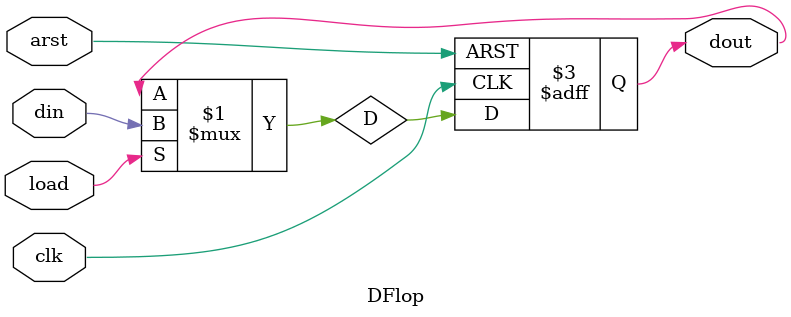
<source format=v>
`timescale 1ns / 1ps
module DFlop(
	input  arst  , // async reset
	input  clk   , // clock posedge
	input  din   , // data  in
	input  load  , // data  load 
	output reg dout    // data  out
    );
	 wire D;
	 assign D = load ? din : dout; 
	 always @(posedge clk or posedge arst) 
		begin
		if(arst)
			begin
				dout <= 1'b0;
			end
		else
			begin
				dout <= D;
			end
	end


endmodule

</source>
